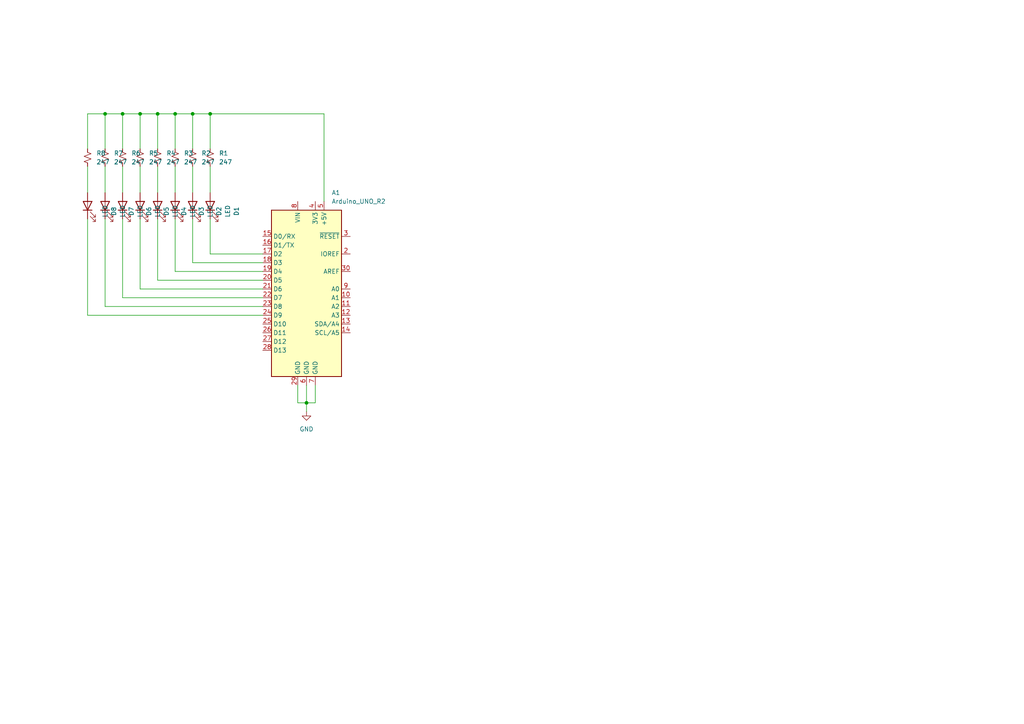
<source format=kicad_sch>
(kicad_sch (version 20230121) (generator eeschema)
  (paper "A4")
  (title_block (title "ARDUINO UNO SHIELD") (date "2024-01-16") (rev "1") (company "SIMON MUNYUA MUGO") (comment 1 "MUMIAS WEST TECHNICAL COLLEGE"))
  (lib_symbols
    (symbol "Device:LED" (pin_numbers hide) (pin_names (offset 1.016) hide)
      (property "Reference" "D" (at 0 2.54 0))
      (property "Value" "LED" (at 0 -2.54 0))
      (symbol "LED_0_1"
        (polyline (pts (xy -1.27 -1.27) (xy -1.27 1.27)) (stroke (width 0.254)))
        (polyline (pts (xy -1.27 0) (xy 1.27 0)))
        (polyline (pts (xy 1.27 -1.27) (xy 1.27 1.27) (xy -1.27 0) (xy 1.27 -1.27)) (stroke (width 0.254)))
        (polyline (pts (xy -3.048 -0.762) (xy -4.572 -2.286) (xy -3.81 -2.286) (xy -4.572 -2.286) (xy -4.572 -1.524)))
        (polyline (pts (xy -1.778 -0.762) (xy -3.302 -2.286) (xy -2.54 -2.286) (xy -3.302 -2.286) (xy -3.302 -1.524)))
      )
      (symbol "LED_1_1"
        (pin passive line (at -3.81 0 0) (length 2.54) (name "K") (number "1"))
        (pin passive line (at 3.81 0 180) (length 2.54) (name "A") (number "2"))
      )
    )
    (symbol "Device:R_Small_US" (pin_numbers hide) (pin_names (offset 0.254) hide)
      (property "Reference" "R" (at 0.762 0.508 0))
      (property "Value" "R_Small_US" (at 0.762 -1.016 0))
      (symbol "R_Small_US_1_1"
        (polyline (pts (xy 0 0) (xy 1.016 -0.381) (xy 0 -0.762) (xy -1.016 -1.143) (xy 0 -1.524)))
        (polyline (pts (xy 0 1.524) (xy 1.016 1.143) (xy 0 0.762) (xy -1.016 0.381) (xy 0 0)))
        (pin passive line (at 0 2.54 270) (length 1.016) (name "~") (number "1"))
        (pin passive line (at 0 -2.54 90) (length 1.016) (name "~") (number "2"))
      )
    )
    (symbol "MCU_Module:Arduino_UNO_R2"
      (property "Reference" "A" (at -10.16 23.495 0))
      (property "Value" "Arduino_UNO_R2" (at 5.08 -26.67 0))
      (symbol "Arduino_UNO_R2_0_1"
        (rectangle (start -10.16 22.86) (end 10.16 -25.4) (stroke (width 0.254)) (fill (type background)))
      )
      (symbol "Arduino_UNO_R2_1_1"
        (pin no_connect line (at -10.16 -20.32 0) (length 2.54) hide (name "NC") (number "1"))
        (pin bidirectional line (at 12.7 -2.54 180) (length 2.54) (name "A1") (number "10"))
        (pin bidirectional line (at 12.7 -5.08 180) (length 2.54) (name "A2") (number "11"))
        (pin bidirectional line (at 12.7 -7.62 180) (length 2.54) (name "A3") (number "12"))
        (pin bidirectional line (at 12.7 -10.16 180) (length 2.54) (name "SDA/A4") (number "13"))
        (pin bidirectional line (at 12.7 -12.7 180) (length 2.54) (name "SCL/A5") (number "14"))
        (pin bidirectional line (at -12.7 15.24 0) (length 2.54) (name "D0/RX") (number "15"))
        (pin bidirectional line (at -12.7 12.7 0) (length 2.54) (name "D1/TX") (number "16"))
        (pin bidirectional line (at -12.7 10.16 0) (length 2.54) (name "D2") (number "17"))
        (pin bidirectional line (at -12.7 7.62 0) (length 2.54) (name "D3") (number "18"))
        (pin bidirectional line (at -12.7 5.08 0) (length 2.54) (name "D4") (number "19"))
        (pin output line (at 12.7 10.16 180) (length 2.54) (name "IOREF") (number "2"))
        (pin bidirectional line (at -12.7 2.54 0) (length 2.54) (name "D5") (number "20"))
        (pin bidirectional line (at -12.7 0 0) (length 2.54) (name "D6") (number "21"))
        (pin bidirectional line (at -12.7 -2.54 0) (length 2.54) (name "D7") (number "22"))
        (pin bidirectional line (at -12.7 -5.08 0) (length 2.54) (name "D8") (number "23"))
        (pin bidirectional line (at -12.7 -7.62 0) (length 2.54) (name "D9") (number "24"))
        (pin bidirectional line (at -12.7 -10.16 0) (length 2.54) (name "D10") (number "25"))
        (pin bidirectional line (at -12.7 -12.7 0) (length 2.54) (name "D11") (number "26"))
        (pin bidirectional line (at -12.7 -15.24 0) (length 2.54) (name "D12") (number "27"))
        (pin bidirectional line (at -12.7 -17.78 0) (length 2.54) (name "D13") (number "28"))
        (pin power_in line (at -2.54 -27.94 90) (length 2.54) (name "GND") (number "29"))
        (pin input line (at 12.7 15.24 180) (length 2.54) (name "~{RESET}") (number "3"))
        (pin input line (at 12.7 5.08 180) (length 2.54) (name "AREF") (number "30"))
        (pin power_out line (at 2.54 25.4 270) (length 2.54) (name "3V3") (number "4"))
        (pin power_out line (at 5.08 25.4 270) (length 2.54) (name "+5V") (number "5"))
        (pin power_in line (at 0 -27.94 90) (length 2.54) (name "GND") (number "6"))
        (pin power_in line (at 2.54 -27.94 90) (length 2.54) (name "GND") (number "7"))
        (pin power_in line (at -2.54 25.4 270) (length 2.54) (name "VIN") (number "8"))
        (pin bidirectional line (at 12.7 0 180) (length 2.54) (name "A0") (number "9"))
      )
    )
    (symbol "power:GND" (power) (pin_names (offset 0))
      (property "Value" "GND" (at 0 -3.81 0))
      (symbol "GND_0_1"
        (polyline (pts (xy 0 0) (xy 0 -1.27) (xy 1.27 -1.27) (xy 0 -2.54) (xy -1.27 -1.27) (xy 0 -1.27)))
      )
      (symbol "GND_1_1"
        (pin power_in line (at 0 0 270) (length 0) hide (name "GND") (number "1"))
      )
    )
  )
  (junction (at 45.72 33.02))
  (junction (at 35.56 33.02))
  (junction (at 30.48 33.02))
  (junction (at 40.64 33.02))
  (junction (at 88.9 116.84))
  (junction (at 55.88 33.02))
  (junction (at 50.8 33.02))
  (junction (at 60.96 33.02))
  (wire (pts (xy 40.64 33.02) (xy 40.64 43.18)))
  (wire (pts (xy 25.4 48.26) (xy 25.4 55.88)))
  (wire (pts (xy 25.4 33.02) (xy 30.48 33.02)))
  (wire (pts (xy 35.56 33.02) (xy 35.56 43.18)))
  (wire (pts (xy 60.96 33.02) (xy 60.96 43.18)))
  (wire (pts (xy 35.56 63.5) (xy 35.56 86.36)))
  (wire (pts (xy 60.96 48.26) (xy 60.96 55.88)))
  (wire (pts (xy 35.56 33.02) (xy 40.64 33.02)))
  (wire (pts (xy 55.88 63.5) (xy 55.88 76.2)))
  (wire (pts (xy 35.56 86.36) (xy 76.2 86.36)))
  (wire (pts (xy 91.44 116.84) (xy 88.9 116.84)))
  (wire (pts (xy 45.72 63.5) (xy 45.72 81.28)))
  (wire (pts (xy 40.64 63.5) (xy 40.64 83.82)))
  (wire (pts (xy 55.88 76.2) (xy 76.2 76.2)))
  (wire (pts (xy 88.9 111.76) (xy 88.9 116.84)))
  (wire (pts (xy 60.96 63.5) (xy 60.96 73.66)))
  (wire (pts (xy 60.96 33.02) (xy 93.98 33.02)))
  (wire (pts (xy 91.44 111.76) (xy 91.44 116.84)))
  (wire (pts (xy 30.48 48.26) (xy 30.48 55.88)))
  (wire (pts (xy 30.48 33.02) (xy 35.56 33.02)))
  (wire (pts (xy 25.4 43.18) (xy 25.4 33.02)))
  (wire (pts (xy 45.72 81.28) (xy 76.2 81.28)))
  (wire (pts (xy 86.36 111.76) (xy 86.36 116.84)))
  (wire (pts (xy 35.56 48.26) (xy 35.56 55.88)))
  (wire (pts (xy 93.98 33.02) (xy 93.98 58.42)))
  (wire (pts (xy 45.72 33.02) (xy 50.8 33.02)))
  (wire (pts (xy 88.9 116.84) (xy 88.9 119.38)))
  (wire (pts (xy 50.8 78.74) (xy 76.2 78.74)))
  (wire (pts (xy 55.88 33.02) (xy 55.88 43.18)))
  (wire (pts (xy 55.88 48.26) (xy 55.88 55.88)))
  (wire (pts (xy 45.72 33.02) (xy 45.72 43.18)))
  (wire (pts (xy 40.64 83.82) (xy 76.2 83.82)))
  (wire (pts (xy 40.64 33.02) (xy 45.72 33.02)))
  (wire (pts (xy 30.48 33.02) (xy 30.48 43.18)))
  (wire (pts (xy 50.8 33.02) (xy 50.8 43.18)))
  (wire (pts (xy 60.96 73.66) (xy 76.2 73.66)))
  (wire (pts (xy 45.72 48.26) (xy 45.72 55.88)))
  (wire (pts (xy 55.88 33.02) (xy 60.96 33.02)))
  (wire (pts (xy 50.8 48.26) (xy 50.8 55.88)))
  (wire (pts (xy 30.48 63.5) (xy 30.48 88.9)))
  (wire (pts (xy 25.4 63.5) (xy 25.4 91.44)))
  (wire (pts (xy 50.8 63.5) (xy 50.8 78.74)))
  (wire (pts (xy 50.8 33.02) (xy 55.88 33.02)))
  (wire (pts (xy 40.64 48.26) (xy 40.64 55.88)))
  (wire (pts (xy 86.36 116.84) (xy 88.9 116.84)))
  (wire (pts (xy 25.4 91.44) (xy 76.2 91.44)))
  (wire (pts (xy 30.48 88.9) (xy 76.2 88.9)))
  (symbol (lib_id "Device:R_Small_US") (at 35.56 45.72 0) (unit 1)
    (property "Reference" "R6" (at 38.1 44.45 0) (effects (justify left)))
    (property "Value" "247" (at 38.1 46.99 0) (effects (justify left)))
    (property "Footprint" "Resistor_SMD:R_0603_1608Metric" (effects hide))
  )
  (symbol (lib_id "Device:LED") (at 45.72 59.69 90) (unit 1)
    (property "Reference" "D4" (at 53.34 61.2775 0))
    (property "Value" "LED" (at 50.8 61.2775 0))
    (property "Footprint" "LED_SMD:LED_0805_2012Metric" (effects hide))
  )
  (symbol (lib_id "Device:R_Small_US") (at 45.72 45.72 0) (unit 1)
    (property "Reference" "R4" (at 48.26 44.45 0) (effects (justify left)))
    (property "Value" "247" (at 48.26 46.99 0) (effects (justify left)))
    (property "Footprint" "Resistor_SMD:R_0603_1608Metric" (effects hide))
  )
  (symbol (lib_id "Device:LED") (at 25.4 59.69 90) (unit 1)
    (property "Reference" "D8" (at 33.02 61.2775 0))
    (property "Value" "LED" (at 30.48 61.2775 0))
    (property "Footprint" "LED_SMD:LED_0805_2012Metric" (effects hide))
  )
  (symbol (lib_id "Device:R_Small_US") (at 30.48 45.72 0) (unit 1)
    (property "Reference" "R7" (at 33.02 44.45 0) (effects (justify left)))
    (property "Value" "247" (at 33.02 46.99 0) (effects (justify left)))
    (property "Footprint" "Resistor_SMD:R_0603_1608Metric" (effects hide))
  )
  (symbol (lib_id "Device:R_Small_US") (at 25.4 45.72 0) (unit 1)
    (property "Reference" "R8" (at 27.94 44.45 0) (effects (justify left)))
    (property "Value" "247" (at 27.94 46.99 0) (effects (justify left)))
    (property "Footprint" "Resistor_SMD:R_0603_1608Metric" (effects hide))
  )
  (symbol (lib_id "Device:R_Small_US") (at 60.96 45.72 0) (unit 1)
    (property "Reference" "R1" (at 63.5 44.45 0) (effects (justify left)))
    (property "Value" "247" (at 63.5 46.99 0) (effects (justify left)))
    (property "Footprint" "Resistor_SMD:R_0603_1608Metric" (effects hide))
  )
  (symbol (lib_id "Device:R_Small_US") (at 40.64 45.72 0) (unit 1)
    (property "Reference" "R5" (at 43.18 44.45 0) (effects (justify left)))
    (property "Value" "247" (at 43.18 46.99 0) (effects (justify left)))
    (property "Footprint" "Resistor_SMD:R_0603_1608Metric" (effects hide))
  )
  (symbol (lib_id "Device:R_Small_US") (at 50.8 45.72 0) (unit 1)
    (property "Reference" "R3" (at 53.34 44.45 0) (effects (justify left)))
    (property "Value" "247" (at 53.34 46.99 0) (effects (justify left)))
    (property "Footprint" "Resistor_SMD:R_0603_1608Metric" (effects hide))
  )
  (symbol (lib_id "power:GND") (at 88.9 119.38 0) (unit 1)
    (property "Reference" "#PWR01" (effects hide))
    (property "Value" "GND" (at 88.9 124.46 0))
  )
  (symbol (lib_id "Device:LED") (at 30.48 59.69 90) (unit 1)
    (property "Reference" "D7" (at 38.1 61.2775 0))
    (property "Value" "LED" (at 35.56 61.2775 0))
    (property "Footprint" "LED_SMD:LED_0805_2012Metric" (effects hide))
  )
  (symbol (lib_id "Device:LED") (at 40.64 59.69 90) (unit 1)
    (property "Reference" "D5" (at 48.26 61.2775 0))
    (property "Value" "LED" (at 45.72 61.2775 0))
    (property "Footprint" "LED_SMD:LED_0805_2012Metric" (effects hide))
  )
  (symbol (lib_id "Device:LED") (at 55.88 59.69 90) (unit 1)
    (property "Reference" "D2" (at 63.5 61.2775 0))
    (property "Value" "LED" (at 60.96 61.2775 0))
    (property "Footprint" "LED_SMD:LED_0805_2012Metric" (effects hide))
  )
  (symbol (lib_id "Device:LED") (at 50.8 59.69 90) (unit 1)
    (property "Reference" "D3" (at 58.42 61.2775 0))
    (property "Value" "LED" (at 55.88 61.2775 0))
    (property "Footprint" "LED_SMD:LED_0805_2012Metric" (effects hide))
  )
  (symbol (lib_id "MCU_Module:Arduino_UNO_R2") (at 88.9 83.82 0) (unit 1)
    (property "Reference" "A1" (at 96.1741 55.88 0) (effects (justify left)))
    (property "Value" "Arduino_UNO_R2" (at 96.1741 58.42 0) (effects (justify left)))
    (property "Footprint" "Module:Arduino_UNO_R2" (effects hide))
    (property "Datasheet" "https://www.arduino.cc/en/Main/arduinoBoardUno" (effects hide))
  )
  (symbol (lib_id "Device:LED") (at 35.56 59.69 90) (unit 1)
    (property "Reference" "D6" (at 43.18 61.2775 0))
    (property "Value" "LED" (at 40.64 61.2775 0))
    (property "Footprint" "LED_SMD:LED_0805_2012Metric" (effects hide))
  )
  (symbol (lib_id "Device:LED") (at 60.96 59.69 90) (unit 1)
    (property "Reference" "D1" (at 68.58 61.2775 0))
    (property "Value" "LED" (at 66.04 61.2775 0))
    (property "Footprint" "LED_SMD:LED_0805_2012Metric" (effects hide))
  )
  (symbol (lib_id "Device:R_Small_US") (at 55.88 45.72 0) (unit 1)
    (property "Reference" "R2" (at 58.42 44.45 0) (effects (justify left)))
    (property "Value" "247" (at 58.42 46.99 0) (effects (justify left)))
    (property "Footprint" "Resistor_SMD:R_0603_1608Metric" (effects hide))
  )
)
</source>
